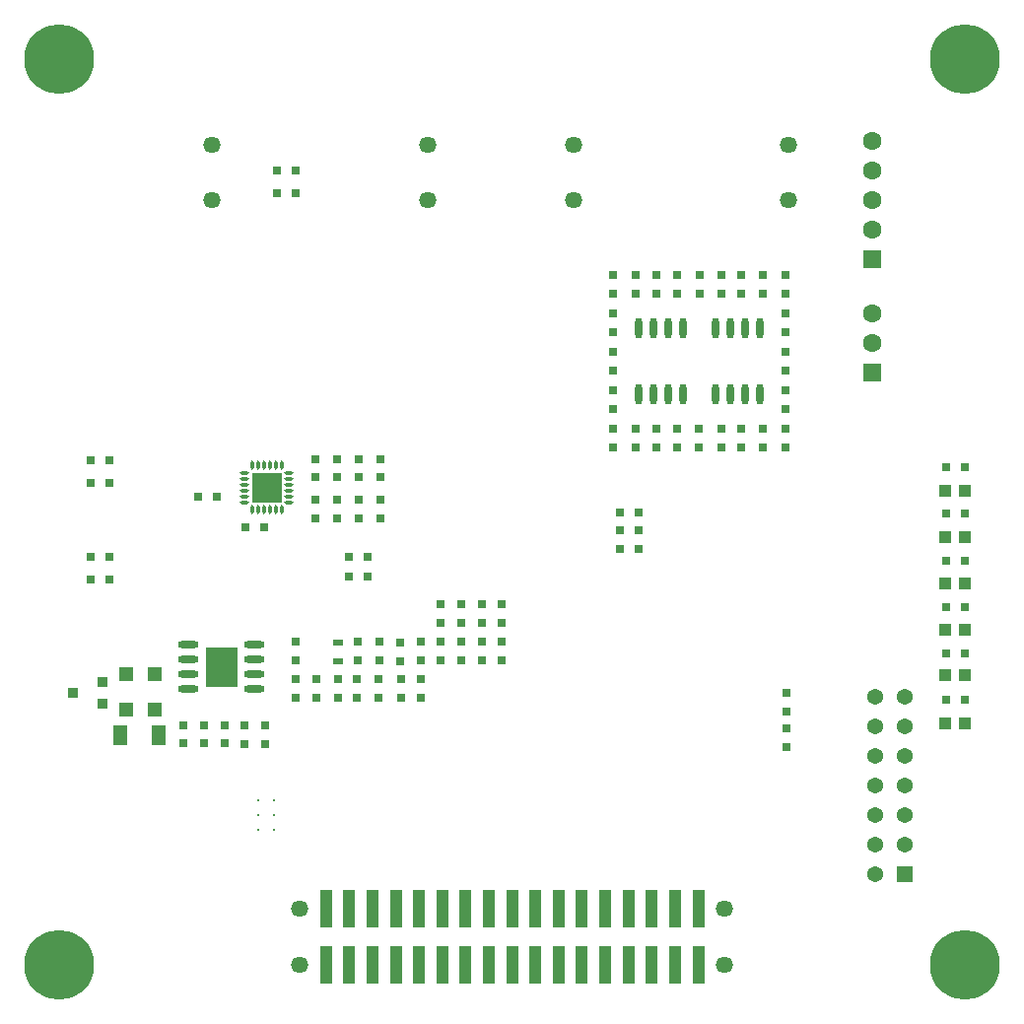
<source format=gbr>
G04*
G04 #@! TF.GenerationSoftware,Altium Limited,Altium Designer,24.1.2 (44)*
G04*
G04 Layer_Color=255*
%FSLAX44Y44*%
%MOMM*%
G71*
G04*
G04 #@! TF.SameCoordinates,9C78AE07-0A78-4655-BEE4-92392129F010*
G04*
G04*
G04 #@! TF.FilePolarity,Positive*
G04*
G01*
G75*
%ADD37R,0.7000X0.8000*%
%ADD40R,0.8000X0.7000*%
%ADD52R,0.9500X0.9000*%
%ADD55O,0.6000X1.8000*%
%ADD127R,1.3700X1.3700*%
%ADD128C,1.3700*%
%ADD129C,0.3000*%
%ADD130C,6.0000*%
%ADD131C,1.0000*%
%ADD132R,1.6000X1.6000*%
%ADD133C,1.6000*%
%ADD134C,1.4580*%
%ADD141R,0.9000X0.6000*%
%ADD142R,1.3000X1.1500*%
%ADD143R,1.1000X1.0000*%
%ADD144R,1.2700X1.6510*%
G04:AMPARAMS|DCode=145|XSize=0.2746mm|YSize=0.8048mm|CornerRadius=0.1373mm|HoleSize=0mm|Usage=FLASHONLY|Rotation=0.000|XOffset=0mm|YOffset=0mm|HoleType=Round|Shape=RoundedRectangle|*
%AMROUNDEDRECTD145*
21,1,0.2746,0.5302,0,0,0.0*
21,1,0.0000,0.8048,0,0,0.0*
1,1,0.2746,0.0000,-0.2651*
1,1,0.2746,0.0000,-0.2651*
1,1,0.2746,0.0000,0.2651*
1,1,0.2746,0.0000,0.2651*
%
%ADD145ROUNDEDRECTD145*%
G04:AMPARAMS|DCode=146|XSize=0.2746mm|YSize=0.8048mm|CornerRadius=0.1373mm|HoleSize=0mm|Usage=FLASHONLY|Rotation=270.000|XOffset=0mm|YOffset=0mm|HoleType=Round|Shape=RoundedRectangle|*
%AMROUNDEDRECTD146*
21,1,0.2746,0.5302,0,0,270.0*
21,1,0.0000,0.8048,0,0,270.0*
1,1,0.2746,-0.2651,0.0000*
1,1,0.2746,-0.2651,0.0000*
1,1,0.2746,0.2651,0.0000*
1,1,0.2746,0.2651,0.0000*
%
%ADD146ROUNDEDRECTD146*%
%ADD147R,2.5000X2.5000*%
%ADD148R,1.0000X3.2000*%
%ADD149R,2.7178X3.4036*%
%ADD150O,1.8000X0.6000*%
D37*
X222765Y698518D02*
D03*
X238765D02*
D03*
X222765Y718336D02*
D03*
X238765D02*
D03*
X517324Y393513D02*
D03*
X533325D02*
D03*
X285063Y385972D02*
D03*
X301063D02*
D03*
Y369480D02*
D03*
X285063D02*
D03*
X533339Y409001D02*
D03*
X517339D02*
D03*
X517339Y424490D02*
D03*
X533339D02*
D03*
X212154Y411977D02*
D03*
X196154D02*
D03*
X78893Y386223D02*
D03*
X62893D02*
D03*
X79123Y469135D02*
D03*
X63123D02*
D03*
X78893Y366765D02*
D03*
X62893D02*
D03*
X78983Y449677D02*
D03*
X62983D02*
D03*
X797711Y423326D02*
D03*
X813711D02*
D03*
X797711Y463310D02*
D03*
X813711D02*
D03*
X155162Y438164D02*
D03*
X171162D02*
D03*
X797711Y343358D02*
D03*
X813711D02*
D03*
X797711Y263390D02*
D03*
X813711D02*
D03*
X797711Y383342D02*
D03*
X813711D02*
D03*
X797711Y303022D02*
D03*
X813711D02*
D03*
D40*
X256635Y265102D02*
D03*
Y281102D02*
D03*
X416165Y297282D02*
D03*
Y313282D02*
D03*
X398721Y297282D02*
D03*
Y313282D02*
D03*
X622155Y612397D02*
D03*
Y628397D02*
D03*
X604694Y496475D02*
D03*
Y480475D02*
D03*
X238704Y281102D02*
D03*
Y265102D02*
D03*
X238957Y313282D02*
D03*
Y297282D02*
D03*
X310447Y281102D02*
D03*
Y265102D02*
D03*
X310700Y313282D02*
D03*
Y297282D02*
D03*
X291909Y281102D02*
D03*
Y265102D02*
D03*
X292162Y313282D02*
D03*
Y297282D02*
D03*
X275172Y281102D02*
D03*
Y265102D02*
D03*
X329761Y281102D02*
D03*
Y265102D02*
D03*
X346390D02*
D03*
Y281102D02*
D03*
X381278Y297282D02*
D03*
Y313282D02*
D03*
X363834Y297282D02*
D03*
Y313282D02*
D03*
X566685Y612397D02*
D03*
Y628397D02*
D03*
X549225Y496475D02*
D03*
Y480475D02*
D03*
X416165Y345817D02*
D03*
Y329817D02*
D03*
X398721Y345817D02*
D03*
Y329817D02*
D03*
X381278Y345817D02*
D03*
Y329817D02*
D03*
X363834Y345817D02*
D03*
Y329817D02*
D03*
X659773Y579416D02*
D03*
Y595416D02*
D03*
X659773Y496475D02*
D03*
Y480475D02*
D03*
X659773Y529455D02*
D03*
Y513455D02*
D03*
Y546436D02*
D03*
Y562436D02*
D03*
X511607Y612397D02*
D03*
Y628397D02*
D03*
X511607Y579601D02*
D03*
Y595601D02*
D03*
Y529517D02*
D03*
Y513517D02*
D03*
Y562559D02*
D03*
Y546559D02*
D03*
X178467Y241997D02*
D03*
Y225997D02*
D03*
X346390Y297282D02*
D03*
Y313282D02*
D03*
X142881Y241997D02*
D03*
Y225997D02*
D03*
X160674Y241997D02*
D03*
Y225997D02*
D03*
X640513Y628648D02*
D03*
Y612648D02*
D03*
Y480724D02*
D03*
Y496724D02*
D03*
X604695Y612646D02*
D03*
Y628646D02*
D03*
X622154Y496726D02*
D03*
Y480726D02*
D03*
X585435Y496726D02*
D03*
Y480726D02*
D03*
X659774Y612646D02*
D03*
Y628646D02*
D03*
X530866Y628648D02*
D03*
Y612648D02*
D03*
Y480724D02*
D03*
Y496724D02*
D03*
X311600Y470570D02*
D03*
Y454571D02*
D03*
X274525Y454569D02*
D03*
Y470569D02*
D03*
X311600Y435234D02*
D03*
Y419234D02*
D03*
X274525Y419232D02*
D03*
Y435232D02*
D03*
X328861Y312997D02*
D03*
Y296997D02*
D03*
X293062Y470570D02*
D03*
Y454571D02*
D03*
X255988Y454569D02*
D03*
Y470569D02*
D03*
X293062Y435234D02*
D03*
Y419234D02*
D03*
X255988Y419232D02*
D03*
Y435232D02*
D03*
X660890Y239278D02*
D03*
Y223278D02*
D03*
X660891Y269408D02*
D03*
Y253408D02*
D03*
X549226Y612646D02*
D03*
Y628646D02*
D03*
X566684Y496726D02*
D03*
Y480726D02*
D03*
X585945Y612646D02*
D03*
Y628646D02*
D03*
X511605Y496726D02*
D03*
Y480726D02*
D03*
X213153Y225835D02*
D03*
Y241835D02*
D03*
X195360Y225835D02*
D03*
Y241835D02*
D03*
D52*
X73003Y259997D02*
D03*
Y278997D02*
D03*
X48003Y269497D02*
D03*
D55*
X572075Y526219D02*
D03*
X559375D02*
D03*
X546675D02*
D03*
X533975D02*
D03*
X572075Y582719D02*
D03*
X559375D02*
D03*
X546675D02*
D03*
X533975D02*
D03*
X600015Y582719D02*
D03*
X612715D02*
D03*
X625415D02*
D03*
X638115D02*
D03*
X600015Y526219D02*
D03*
X612715D02*
D03*
X625415D02*
D03*
X638115D02*
D03*
D127*
X762703Y113797D02*
D03*
D128*
X737303D02*
D03*
X762703Y139197D02*
D03*
X737303D02*
D03*
X762703Y164597D02*
D03*
X737303D02*
D03*
Y189997D02*
D03*
Y215397D02*
D03*
X762703Y240797D02*
D03*
X737303D02*
D03*
X762703Y266197D02*
D03*
X737303D02*
D03*
X762703Y189997D02*
D03*
Y215397D02*
D03*
D129*
X220253Y151497D02*
D03*
X207253D02*
D03*
X220253Y164497D02*
D03*
X207253D02*
D03*
X220253Y177497D02*
D03*
X207253D02*
D03*
D130*
X814003Y813997D02*
D03*
X36003Y35997D02*
D03*
X814003D02*
D03*
X36003Y813997D02*
D03*
D131*
X814003Y837247D02*
D03*
X790753Y813997D02*
D03*
X814003Y791137D02*
D03*
X837253Y813997D02*
D03*
X830443Y830437D02*
D03*
X797563Y797557D02*
D03*
X830443D02*
D03*
X797563Y830437D02*
D03*
X19563Y52437D02*
D03*
X52443Y19557D02*
D03*
X19563D02*
D03*
X52443Y52437D02*
D03*
X59253Y35997D02*
D03*
X36003Y13137D02*
D03*
X12753Y35997D02*
D03*
X36003Y59247D02*
D03*
X797563Y52437D02*
D03*
X830443Y19557D02*
D03*
X797563D02*
D03*
X830443Y52437D02*
D03*
X837253Y35997D02*
D03*
X814003Y13137D02*
D03*
X790753Y35997D02*
D03*
X814003Y59247D02*
D03*
X19563Y830437D02*
D03*
X52443Y797557D02*
D03*
X19563D02*
D03*
X52443Y830437D02*
D03*
X59253Y813997D02*
D03*
X36003Y791137D02*
D03*
X12753Y813997D02*
D03*
X36003Y837247D02*
D03*
D132*
X734603Y642165D02*
D03*
Y544597D02*
D03*
D133*
Y667565D02*
D03*
Y692965D02*
D03*
Y718365D02*
D03*
Y743765D02*
D03*
Y569997D02*
D03*
Y595397D02*
D03*
D134*
X477503Y739997D02*
D03*
X662503D02*
D03*
X477503Y692497D02*
D03*
X662503D02*
D03*
X352503Y692497D02*
D03*
X167503D02*
D03*
X352503Y739997D02*
D03*
X167503D02*
D03*
X607503Y36197D02*
D03*
X242503Y83797D02*
D03*
X607503D02*
D03*
X242503Y36197D02*
D03*
D141*
X275425Y313034D02*
D03*
Y297034D02*
D03*
D142*
X93003Y254997D02*
D03*
Y285997D02*
D03*
X118003Y254997D02*
D03*
Y285997D02*
D03*
D143*
X797143Y403424D02*
D03*
X814143D02*
D03*
X797143Y443408D02*
D03*
X814143D02*
D03*
X797180Y284480D02*
D03*
X814180D02*
D03*
X796907Y243633D02*
D03*
X813907D02*
D03*
X797143Y323456D02*
D03*
X814143D02*
D03*
X797180Y363474D02*
D03*
X814180D02*
D03*
D144*
X121513Y232996D02*
D03*
X88493D02*
D03*
D145*
X201879Y464791D02*
D03*
X206879D02*
D03*
X211879D02*
D03*
X216879D02*
D03*
X221879D02*
D03*
X226879D02*
D03*
Y426743D02*
D03*
X221879D02*
D03*
X216879D02*
D03*
X211879D02*
D03*
X206879D02*
D03*
X201879D02*
D03*
D146*
X233403Y458267D02*
D03*
Y453267D02*
D03*
Y448267D02*
D03*
Y443267D02*
D03*
Y438267D02*
D03*
Y433267D02*
D03*
X195355D02*
D03*
Y438267D02*
D03*
Y443267D02*
D03*
Y448267D02*
D03*
Y453267D02*
D03*
Y458267D02*
D03*
D147*
X214379Y445767D02*
D03*
D148*
X585003Y35997D02*
D03*
Y83997D02*
D03*
X565003Y35997D02*
D03*
Y83997D02*
D03*
X545003Y35997D02*
D03*
Y83997D02*
D03*
X525003Y35997D02*
D03*
Y83997D02*
D03*
X505003Y35997D02*
D03*
Y83997D02*
D03*
X485003Y35997D02*
D03*
Y83997D02*
D03*
X465003Y35997D02*
D03*
Y83997D02*
D03*
X445003Y35997D02*
D03*
Y83997D02*
D03*
X425003Y35997D02*
D03*
Y83997D02*
D03*
X405003Y35997D02*
D03*
Y83997D02*
D03*
X385003Y35997D02*
D03*
Y83997D02*
D03*
X365003Y35997D02*
D03*
Y83997D02*
D03*
X345003Y35997D02*
D03*
Y83997D02*
D03*
X325003Y35997D02*
D03*
Y83997D02*
D03*
X305003Y35997D02*
D03*
Y83997D02*
D03*
X285003Y35997D02*
D03*
Y83997D02*
D03*
X265003Y35997D02*
D03*
Y83997D02*
D03*
D149*
X175134Y291299D02*
D03*
D150*
X146881Y272555D02*
D03*
Y285255D02*
D03*
Y297955D02*
D03*
Y310655D02*
D03*
X203381Y272555D02*
D03*
Y285255D02*
D03*
Y297955D02*
D03*
Y310655D02*
D03*
M02*

</source>
